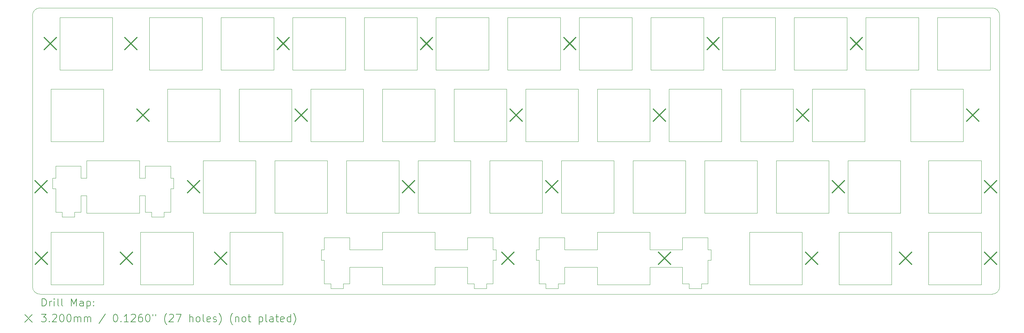
<source format=gbr>
%TF.GenerationSoftware,KiCad,Pcbnew,7.0.7-7.0.7~ubuntu23.04.1*%
%TF.CreationDate,Date%
%TF.ProjectId,plate,706c6174-652e-46b6-9963-61645f706362,rev?*%
%TF.SameCoordinates,Original*%
%TF.FileFunction,Drillmap*%
%TF.FilePolarity,Positive*%
%FSLAX45Y45*%
G04 Gerber Fmt 4.5, Leading zero omitted, Abs format (unit mm)*
G04 Created by KiCad*
%MOMM*%
%LPD*%
G01*
G04 APERTURE LIST*
%ADD10C,0.100000*%
%ADD11C,0.200000*%
%ADD12C,0.320000*%
G04 APERTURE END LIST*
D10*
X20762609Y-7517285D02*
X22162609Y-7517285D01*
X17905109Y-9422295D02*
X19305109Y-9422295D01*
X14066309Y-5612285D02*
X14066309Y-7012215D01*
X10256309Y-7012215D02*
X8856379Y-7012215D01*
X4779449Y-10352325D02*
X4931999Y-10352325D01*
X18352609Y-11797335D02*
X18352609Y-11327285D01*
X6951379Y-7012215D02*
X6951379Y-5612285D01*
X3379499Y-10352325D02*
X3379499Y-10822235D01*
X22400709Y-12727231D02*
X21000609Y-12727231D01*
X19810109Y-9422295D02*
X21210109Y-9422295D01*
X12666409Y-7012215D02*
X12666409Y-5612285D01*
X7189509Y-12727231D02*
X7189509Y-11327285D01*
X5522629Y-7517285D02*
X6922559Y-7517285D01*
X21000609Y-12727231D02*
X21000609Y-11327285D01*
X14007609Y-12704218D02*
X14180009Y-12704218D01*
X2724518Y-10919245D02*
X3054419Y-10919245D01*
X14262609Y-11797335D02*
X14180009Y-11797335D01*
X5606949Y-9569315D02*
X4931999Y-9569315D01*
X13505009Y-11797335D02*
X12637609Y-11797335D01*
X13677609Y-12704218D02*
X13677609Y-12824245D01*
X4065079Y-5612285D02*
X4065079Y-7012215D01*
X18381409Y-5612285D02*
X19781309Y-5612285D01*
X23591309Y-7012215D02*
X22191409Y-7012215D01*
X11237629Y-7517285D02*
X12637609Y-7517285D01*
X27163009Y-10822235D02*
X25763109Y-10822235D01*
X19220009Y-12257322D02*
X19220009Y-12704218D01*
X21210109Y-9422295D02*
X21210109Y-10822235D01*
X7427629Y-8917215D02*
X7427629Y-7517285D01*
X23382009Y-12727231D02*
X23382009Y-11327285D01*
X5689499Y-9892335D02*
X5606949Y-9892335D01*
X4779449Y-9892335D02*
X4779449Y-9422295D01*
X13142609Y-8917215D02*
X13142609Y-7517285D01*
X13590109Y-10822235D02*
X12190109Y-10822235D01*
X27163009Y-12727231D02*
X25763109Y-12727231D01*
X22667609Y-8917215D02*
X22667609Y-7517285D01*
X4931999Y-10352325D02*
X4931999Y-10799215D01*
X16085009Y-12257322D02*
X16952609Y-12257322D01*
X17876309Y-5612285D02*
X17876309Y-7012215D01*
X19895009Y-12704218D02*
X19895009Y-12077211D01*
X26686909Y-7517285D02*
X26686909Y-8917215D01*
X6208189Y-11327285D02*
X6208189Y-12727231D01*
X16952609Y-8917215D02*
X16952609Y-7517285D01*
X12637609Y-12257322D02*
X13505009Y-12257322D01*
X15410009Y-11474315D02*
X15410009Y-11797335D01*
X20762609Y-8917215D02*
X20762609Y-7517285D01*
X15410009Y-12077211D02*
X15410009Y-12704218D01*
X4808109Y-11327285D02*
X6208189Y-11327285D01*
X11685059Y-9422295D02*
X11685059Y-10822235D01*
X18857609Y-8917215D02*
X18857609Y-7517285D01*
X12637609Y-7517285D02*
X12637609Y-8917215D01*
X4931999Y-9892335D02*
X4779449Y-9892335D01*
X17400109Y-10822235D02*
X16000109Y-10822235D01*
X9867579Y-12704218D02*
X9867579Y-12824245D01*
X19220009Y-11474315D02*
X19220009Y-11797335D01*
X15047609Y-7517285D02*
X16447609Y-7517285D01*
X18381409Y-7012215D02*
X18381409Y-5612285D01*
X24096409Y-7012215D02*
X24096409Y-5612285D01*
X19392609Y-12824245D02*
X19722609Y-12824245D01*
X18857609Y-7517285D02*
X20257609Y-7517285D01*
X7875059Y-10822235D02*
X6475129Y-10822235D01*
X14571409Y-7012215D02*
X14571409Y-5612285D01*
X2551989Y-10799215D02*
X2724518Y-10799215D01*
X2665125Y-5612285D02*
X4065079Y-5612285D01*
X8380129Y-9422295D02*
X9780059Y-9422295D01*
X8351309Y-7012215D02*
X6951379Y-7012215D01*
X2469442Y-9892335D02*
X2469442Y-10172215D01*
X22191409Y-7012215D02*
X22191409Y-5612285D01*
X2136375Y-5359750D02*
G75*
G03*
X1936375Y-5559750I0J-200000D01*
G01*
X18352609Y-8917215D02*
X16952609Y-8917215D01*
X25287009Y-8917215D02*
X25287009Y-7517285D01*
X2427000Y-7517285D02*
X3826949Y-7517285D01*
X2665125Y-7012215D02*
X2665125Y-5612285D01*
X16952609Y-11327285D02*
X16952609Y-11797335D01*
X23115109Y-10822235D02*
X21715109Y-10822235D01*
X16952609Y-12257322D02*
X16952609Y-12727231D01*
X25020109Y-9422295D02*
X25020109Y-10822235D01*
X17400109Y-9422295D02*
X17400109Y-10822235D01*
X14095109Y-10822235D02*
X14095109Y-9422295D01*
X19722609Y-12824245D02*
X19722609Y-12704218D01*
X1936375Y-12779750D02*
X1936375Y-5559750D01*
X19895009Y-11474315D02*
X19220009Y-11474315D01*
X9695039Y-12704218D02*
X9867579Y-12704218D01*
X24067609Y-7517285D02*
X24067609Y-8917215D01*
X14542609Y-8917215D02*
X13142609Y-8917215D01*
X15327509Y-11797335D02*
X15327509Y-12077211D01*
X18352609Y-7517285D02*
X18352609Y-8917215D01*
X7427629Y-7517285D02*
X8827559Y-7517285D01*
X25763109Y-9422295D02*
X27163009Y-9422295D01*
X20286409Y-5612285D02*
X21686309Y-5612285D01*
X24096409Y-5612285D02*
X25496309Y-5612285D01*
X6475129Y-10822235D02*
X6475129Y-9422295D01*
X16952609Y-7517285D02*
X18352609Y-7517285D01*
X3826949Y-7517285D02*
X3826949Y-8917215D01*
X4808109Y-12727231D02*
X4808109Y-11327285D01*
X14262609Y-12077211D02*
X14262609Y-11797335D01*
X5606949Y-10172215D02*
X5689499Y-10172215D01*
X26001409Y-7012215D02*
X26001409Y-5612285D01*
X4931999Y-9569315D02*
X4931999Y-9892335D01*
X19977609Y-11797335D02*
X19895009Y-11797335D01*
X9867579Y-12824245D02*
X10197609Y-12824245D01*
X8827559Y-8917215D02*
X7427629Y-8917215D01*
X19220009Y-11797335D02*
X18352609Y-11797335D01*
X16000109Y-10822235D02*
X16000109Y-9422295D01*
X15327509Y-12077211D02*
X15410009Y-12077211D01*
X3379499Y-10822235D02*
X4779449Y-10822235D01*
X2469442Y-10172215D02*
X2551989Y-10172215D01*
X27653875Y-5559750D02*
X27653875Y-12779750D01*
X16000109Y-9422295D02*
X17400109Y-9422295D01*
X10761379Y-5612285D02*
X12161309Y-5612285D01*
X7875059Y-9422295D02*
X7875059Y-10822235D01*
X9695039Y-12077211D02*
X9695039Y-12704218D01*
X18352609Y-12257322D02*
X19220009Y-12257322D01*
X8856379Y-5612285D02*
X10256309Y-5612285D01*
X3826949Y-12727231D02*
X2427000Y-12727231D01*
X21715109Y-9422295D02*
X23115109Y-9422295D01*
X5522629Y-8917215D02*
X5522629Y-7517285D01*
X13505009Y-11474315D02*
X13505009Y-11797335D01*
X19305109Y-9422295D02*
X19305109Y-10822235D01*
X18352609Y-12727231D02*
X18352609Y-12257322D01*
X12161309Y-7012215D02*
X10761379Y-7012215D01*
X4065079Y-7012215D02*
X2665125Y-7012215D01*
X9780059Y-10822235D02*
X8380129Y-10822235D01*
X3826949Y-8917215D02*
X2427000Y-8917215D01*
X9612489Y-12077211D02*
X9695039Y-12077211D01*
X9332629Y-8917215D02*
X9332629Y-7517285D01*
X8380129Y-10822235D02*
X8380129Y-9422295D01*
X21715109Y-10822235D02*
X21715109Y-9422295D01*
X3379499Y-9892335D02*
X3226949Y-9892335D01*
X16447609Y-7517285D02*
X16447609Y-8917215D01*
X11237629Y-8917215D02*
X11237629Y-7517285D01*
X2551989Y-10172215D02*
X2551989Y-10799215D01*
X25020109Y-10822235D02*
X23620109Y-10822235D01*
X13505009Y-12704218D02*
X13677609Y-12704218D01*
X23591309Y-5612285D02*
X23591309Y-7012215D01*
X21210109Y-10822235D02*
X19810109Y-10822235D01*
X19895009Y-12077211D02*
X19977609Y-12077211D01*
X27163009Y-11327285D02*
X27163009Y-12727231D01*
X19810109Y-10822235D02*
X19810109Y-9422295D01*
X8589439Y-11327285D02*
X8589439Y-12727231D01*
X15047609Y-8917215D02*
X15047609Y-7517285D01*
X27453875Y-12979745D02*
G75*
G03*
X27653875Y-12779750I5J199995D01*
G01*
X25763109Y-12727231D02*
X25763109Y-11327285D01*
X19220009Y-12704218D02*
X19392609Y-12704218D01*
X24781909Y-12727231D02*
X23382009Y-12727231D01*
X5689499Y-10172215D02*
X5689499Y-9892335D01*
X19392609Y-12704218D02*
X19392609Y-12824245D01*
X5046379Y-7012215D02*
X5046379Y-5612285D01*
X24781909Y-11327285D02*
X24781909Y-12727231D01*
X3226949Y-10352325D02*
X3379499Y-10352325D01*
X16476409Y-5612285D02*
X17876309Y-5612285D01*
X2551989Y-9569315D02*
X2551989Y-9892335D01*
X22400709Y-11327285D02*
X22400709Y-12727231D01*
X19781309Y-7012215D02*
X18381409Y-7012215D01*
X16447609Y-8917215D02*
X15047609Y-8917215D01*
X15971309Y-7012215D02*
X14571409Y-7012215D01*
X25287009Y-7517285D02*
X26686909Y-7517285D01*
X14180009Y-12704218D02*
X14180009Y-12077211D01*
X1936375Y-12779750D02*
G75*
G03*
X2136375Y-12979750I200000J0D01*
G01*
X21686309Y-5612285D02*
X21686309Y-7012215D01*
X3054419Y-10799215D02*
X3226949Y-10799215D01*
X19977609Y-12077211D02*
X19977609Y-11797335D01*
X10285129Y-10822235D02*
X10285129Y-9422295D01*
X6208189Y-12727231D02*
X4808109Y-12727231D01*
X26686909Y-8917215D02*
X25287009Y-8917215D01*
X12190109Y-10822235D02*
X12190109Y-9422295D01*
X14180009Y-11797335D02*
X14180009Y-11474315D01*
X6922559Y-8917215D02*
X5522629Y-8917215D01*
X10732559Y-7517285D02*
X10732559Y-8917215D01*
X20257609Y-8917215D02*
X18857609Y-8917215D01*
X11237629Y-11327285D02*
X11237629Y-11797335D01*
X10370009Y-12257322D02*
X11237629Y-12257322D01*
X21000609Y-11327285D02*
X22400709Y-11327285D01*
X15912609Y-12704218D02*
X16085009Y-12704218D01*
X25496309Y-7012215D02*
X24096409Y-7012215D01*
X9695039Y-11797335D02*
X9612489Y-11797335D01*
X16085009Y-11797335D02*
X16085009Y-11474315D01*
X23382009Y-11327285D02*
X24781909Y-11327285D01*
X23620109Y-9422295D02*
X25020109Y-9422295D01*
X13505009Y-12257322D02*
X13505009Y-12704218D01*
X26001409Y-5612285D02*
X27401309Y-5612285D01*
X14571409Y-5612285D02*
X15971309Y-5612285D01*
X27453875Y-5359750D02*
X2136375Y-5359750D01*
X14542609Y-7517285D02*
X14542609Y-8917215D01*
X27163009Y-9422295D02*
X27163009Y-10822235D01*
X15582609Y-12704218D02*
X15582609Y-12824245D01*
X19781309Y-5612285D02*
X19781309Y-7012215D01*
X12637609Y-8917215D02*
X11237629Y-8917215D01*
X22162609Y-7517285D02*
X22162609Y-8917215D01*
X7189509Y-11327285D02*
X8589439Y-11327285D01*
X11237629Y-12727231D02*
X12637609Y-12727231D01*
X11237629Y-11797335D02*
X10370009Y-11797335D01*
X12637609Y-11327285D02*
X11237629Y-11327285D01*
X15495109Y-9422295D02*
X15495109Y-10822235D01*
X8856379Y-7012215D02*
X8856379Y-5612285D01*
X4779449Y-9422295D02*
X3379499Y-9422295D01*
X4931999Y-10799215D02*
X5104389Y-10799215D01*
X20286409Y-7012215D02*
X20286409Y-5612285D01*
X16476409Y-7012215D02*
X16476409Y-5612285D01*
X5606949Y-10799215D02*
X5606949Y-10172215D01*
X14066309Y-7012215D02*
X12666409Y-7012215D01*
X19895009Y-11797335D02*
X19895009Y-11474315D01*
X2427000Y-8917215D02*
X2427000Y-7517285D01*
X2136375Y-12979750D02*
X27453875Y-12979750D01*
X9332629Y-7517285D02*
X10732559Y-7517285D01*
X22667609Y-7517285D02*
X24067609Y-7517285D01*
X22162609Y-8917215D02*
X20762609Y-8917215D01*
X5104389Y-10919245D02*
X5434429Y-10919245D01*
X2724518Y-10799215D02*
X2724518Y-10919245D01*
X16952609Y-12727231D02*
X18352609Y-12727231D01*
X15582609Y-12824245D02*
X15912609Y-12824245D01*
X13677609Y-12824245D02*
X14007609Y-12824245D01*
X24067609Y-8917215D02*
X22667609Y-8917215D01*
X27401309Y-5612285D02*
X27401309Y-7012215D01*
X10370009Y-12704218D02*
X10370009Y-12257322D01*
X10761379Y-7012215D02*
X10761379Y-5612285D01*
X16085009Y-12704218D02*
X16085009Y-12257322D01*
X8351309Y-5612285D02*
X8351309Y-7012215D01*
X10285129Y-9422295D02*
X11685059Y-9422295D01*
X17876309Y-7012215D02*
X16476409Y-7012215D01*
X15912609Y-12824245D02*
X15912609Y-12704218D01*
X8827559Y-7517285D02*
X8827559Y-8917215D01*
X2551989Y-9892335D02*
X2469442Y-9892335D01*
X18352609Y-11327285D02*
X16952609Y-11327285D01*
X10732559Y-8917215D02*
X9332629Y-8917215D01*
X9695039Y-11474315D02*
X9695039Y-11797335D01*
X14180009Y-12077211D02*
X14262609Y-12077211D01*
X3826949Y-11327285D02*
X3826949Y-12727231D01*
X12161309Y-5612285D02*
X12161309Y-7012215D01*
X11685059Y-10822235D02*
X10285129Y-10822235D01*
X10197609Y-12824245D02*
X10197609Y-12704218D01*
X27653880Y-5559750D02*
G75*
G03*
X27453875Y-5359750I-200000J0D01*
G01*
X12666409Y-5612285D02*
X14066309Y-5612285D01*
X12637609Y-11797335D02*
X12637609Y-11327285D01*
X27401309Y-7012215D02*
X26001409Y-7012215D01*
X19305109Y-10822235D02*
X17905109Y-10822235D01*
X6951379Y-5612285D02*
X8351309Y-5612285D01*
X15410009Y-11797335D02*
X15327509Y-11797335D01*
X10197609Y-12704218D02*
X10370009Y-12704218D01*
X3226949Y-9569315D02*
X2551989Y-9569315D01*
X11237629Y-12257322D02*
X11237629Y-12727231D01*
X4779449Y-10822235D02*
X4779449Y-10352325D01*
X14007609Y-12824245D02*
X14007609Y-12704218D01*
X12190109Y-9422295D02*
X13590109Y-9422295D01*
X25763109Y-10822235D02*
X25763109Y-9422295D01*
X14180009Y-11474315D02*
X13505009Y-11474315D01*
X3054419Y-10919245D02*
X3054419Y-10799215D01*
X25496309Y-5612285D02*
X25496309Y-7012215D01*
X10370009Y-11474315D02*
X9695039Y-11474315D01*
X22191409Y-5612285D02*
X23591309Y-5612285D01*
X6446309Y-5612285D02*
X6446309Y-7012215D01*
X25763109Y-11327285D02*
X27163009Y-11327285D01*
X6922559Y-7517285D02*
X6922559Y-8917215D01*
X23115109Y-9422295D02*
X23115109Y-10822235D01*
X15495109Y-10822235D02*
X14095109Y-10822235D01*
X13142609Y-7517285D02*
X14542609Y-7517285D01*
X21686309Y-7012215D02*
X20286409Y-7012215D01*
X6475129Y-9422295D02*
X7875059Y-9422295D01*
X15410009Y-12704218D02*
X15582609Y-12704218D01*
X8589439Y-12727231D02*
X7189509Y-12727231D01*
X6446309Y-7012215D02*
X5046379Y-7012215D01*
X3379499Y-9422295D02*
X3379499Y-9892335D01*
X5046379Y-5612285D02*
X6446309Y-5612285D01*
X5434429Y-10799215D02*
X5606949Y-10799215D01*
X23620109Y-10822235D02*
X23620109Y-9422295D01*
X16085009Y-11474315D02*
X15410009Y-11474315D01*
X10256309Y-5612285D02*
X10256309Y-7012215D01*
X2427000Y-12727231D02*
X2427000Y-11327285D01*
X5434429Y-10919245D02*
X5434429Y-10799215D01*
X19722609Y-12704218D02*
X19895009Y-12704218D01*
X15971309Y-5612285D02*
X15971309Y-7012215D01*
X2427000Y-11327285D02*
X3826949Y-11327285D01*
X9612489Y-11797335D02*
X9612489Y-12077211D01*
X14095109Y-9422295D02*
X15495109Y-9422295D01*
X16952609Y-11797335D02*
X16085009Y-11797335D01*
X17905109Y-10822235D02*
X17905109Y-9422295D01*
X10370009Y-11797335D02*
X10370009Y-11474315D01*
X3226949Y-9892335D02*
X3226949Y-9569315D01*
X20257609Y-7517285D02*
X20257609Y-8917215D01*
X3226949Y-10799215D02*
X3226949Y-10352325D01*
X13590109Y-9422295D02*
X13590109Y-10822235D01*
X12637609Y-12727231D02*
X12637609Y-12257322D01*
X9780059Y-9422295D02*
X9780059Y-10822235D01*
X5104389Y-10799215D02*
X5104389Y-10919245D01*
X5606949Y-9892335D02*
X5606949Y-9569315D01*
D11*
D12*
X2007000Y-9962250D02*
X2327000Y-10282250D01*
X2327000Y-9962250D02*
X2007000Y-10282250D01*
X2014500Y-11867250D02*
X2334500Y-12187250D01*
X2334500Y-11867250D02*
X2014500Y-12187250D01*
X2252625Y-6152250D02*
X2572625Y-6472250D01*
X2572625Y-6152250D02*
X2252625Y-6472250D01*
X4276688Y-11867250D02*
X4596688Y-12187250D01*
X4596688Y-11867250D02*
X4276688Y-12187250D01*
X4395750Y-6152250D02*
X4715750Y-6472250D01*
X4715750Y-6152250D02*
X4395750Y-6472250D01*
X4714500Y-8057250D02*
X5034500Y-8377250D01*
X5034500Y-8057250D02*
X4714500Y-8377250D01*
X6062625Y-9962250D02*
X6382625Y-10282250D01*
X6382625Y-9962250D02*
X6062625Y-10282250D01*
X6777000Y-11867250D02*
X7097000Y-12187250D01*
X7097000Y-11867250D02*
X6777000Y-12187250D01*
X8443875Y-6152250D02*
X8763875Y-6472250D01*
X8763875Y-6152250D02*
X8443875Y-6472250D01*
X8920125Y-8057250D02*
X9240125Y-8377250D01*
X9240125Y-8057250D02*
X8920125Y-8377250D01*
X11777625Y-9962250D02*
X12097625Y-10282250D01*
X12097625Y-9962250D02*
X11777625Y-10282250D01*
X12253875Y-6152250D02*
X12573875Y-6472250D01*
X12573875Y-6152250D02*
X12253875Y-6472250D01*
X14415862Y-11867215D02*
X14735862Y-12187215D01*
X14735862Y-11867215D02*
X14415862Y-12187215D01*
X14637625Y-8057250D02*
X14957625Y-8377250D01*
X14957625Y-8057250D02*
X14637625Y-8377250D01*
X15587625Y-9962250D02*
X15907625Y-10282250D01*
X15907625Y-9962250D02*
X15587625Y-10282250D01*
X16063875Y-6152250D02*
X16383875Y-6472250D01*
X16383875Y-6152250D02*
X16063875Y-6472250D01*
X18445125Y-8057250D02*
X18765125Y-8377250D01*
X18765125Y-8057250D02*
X18445125Y-8377250D01*
X18583050Y-11867250D02*
X18903050Y-12187250D01*
X18903050Y-11867250D02*
X18583050Y-12187250D01*
X19873875Y-6152250D02*
X20193875Y-6472250D01*
X20193875Y-6152250D02*
X19873875Y-6472250D01*
X22255125Y-8057250D02*
X22575125Y-8377250D01*
X22575125Y-8057250D02*
X22255125Y-8377250D01*
X22493170Y-11867250D02*
X22813170Y-12187250D01*
X22813170Y-11867250D02*
X22493170Y-12187250D01*
X23207625Y-9962250D02*
X23527625Y-10282250D01*
X23527625Y-9962250D02*
X23207625Y-10282250D01*
X23683875Y-6152250D02*
X24003875Y-6472250D01*
X24003875Y-6152250D02*
X23683875Y-6472250D01*
X24993562Y-11867250D02*
X25313562Y-12187250D01*
X25313562Y-11867250D02*
X24993562Y-12187250D01*
X26779500Y-8057250D02*
X27099500Y-8377250D01*
X27099500Y-8057250D02*
X26779500Y-8377250D01*
X27255750Y-9962250D02*
X27575750Y-10282250D01*
X27575750Y-9962250D02*
X27255750Y-10282250D01*
X27255750Y-11867250D02*
X27575750Y-12187250D01*
X27575750Y-11867250D02*
X27255750Y-12187250D01*
D11*
X2192152Y-13296234D02*
X2192152Y-13096234D01*
X2192152Y-13096234D02*
X2239771Y-13096234D01*
X2239771Y-13096234D02*
X2268342Y-13105758D01*
X2268342Y-13105758D02*
X2287390Y-13124805D01*
X2287390Y-13124805D02*
X2296914Y-13143853D01*
X2296914Y-13143853D02*
X2306438Y-13181948D01*
X2306438Y-13181948D02*
X2306438Y-13210519D01*
X2306438Y-13210519D02*
X2296914Y-13248615D01*
X2296914Y-13248615D02*
X2287390Y-13267662D01*
X2287390Y-13267662D02*
X2268342Y-13286710D01*
X2268342Y-13286710D02*
X2239771Y-13296234D01*
X2239771Y-13296234D02*
X2192152Y-13296234D01*
X2392152Y-13296234D02*
X2392152Y-13162900D01*
X2392152Y-13200996D02*
X2401676Y-13181948D01*
X2401676Y-13181948D02*
X2411199Y-13172424D01*
X2411199Y-13172424D02*
X2430247Y-13162900D01*
X2430247Y-13162900D02*
X2449295Y-13162900D01*
X2515961Y-13296234D02*
X2515961Y-13162900D01*
X2515961Y-13096234D02*
X2506438Y-13105758D01*
X2506438Y-13105758D02*
X2515961Y-13115281D01*
X2515961Y-13115281D02*
X2525485Y-13105758D01*
X2525485Y-13105758D02*
X2515961Y-13096234D01*
X2515961Y-13096234D02*
X2515961Y-13115281D01*
X2639771Y-13296234D02*
X2620723Y-13286710D01*
X2620723Y-13286710D02*
X2611199Y-13267662D01*
X2611199Y-13267662D02*
X2611199Y-13096234D01*
X2744533Y-13296234D02*
X2725485Y-13286710D01*
X2725485Y-13286710D02*
X2715961Y-13267662D01*
X2715961Y-13267662D02*
X2715961Y-13096234D01*
X2973104Y-13296234D02*
X2973104Y-13096234D01*
X2973104Y-13096234D02*
X3039771Y-13239091D01*
X3039771Y-13239091D02*
X3106437Y-13096234D01*
X3106437Y-13096234D02*
X3106437Y-13296234D01*
X3287390Y-13296234D02*
X3287390Y-13191472D01*
X3287390Y-13191472D02*
X3277866Y-13172424D01*
X3277866Y-13172424D02*
X3258818Y-13162900D01*
X3258818Y-13162900D02*
X3220723Y-13162900D01*
X3220723Y-13162900D02*
X3201676Y-13172424D01*
X3287390Y-13286710D02*
X3268342Y-13296234D01*
X3268342Y-13296234D02*
X3220723Y-13296234D01*
X3220723Y-13296234D02*
X3201676Y-13286710D01*
X3201676Y-13286710D02*
X3192152Y-13267662D01*
X3192152Y-13267662D02*
X3192152Y-13248615D01*
X3192152Y-13248615D02*
X3201676Y-13229567D01*
X3201676Y-13229567D02*
X3220723Y-13220043D01*
X3220723Y-13220043D02*
X3268342Y-13220043D01*
X3268342Y-13220043D02*
X3287390Y-13210519D01*
X3382628Y-13162900D02*
X3382628Y-13362900D01*
X3382628Y-13172424D02*
X3401676Y-13162900D01*
X3401676Y-13162900D02*
X3439771Y-13162900D01*
X3439771Y-13162900D02*
X3458818Y-13172424D01*
X3458818Y-13172424D02*
X3468342Y-13181948D01*
X3468342Y-13181948D02*
X3477866Y-13200996D01*
X3477866Y-13200996D02*
X3477866Y-13258138D01*
X3477866Y-13258138D02*
X3468342Y-13277186D01*
X3468342Y-13277186D02*
X3458818Y-13286710D01*
X3458818Y-13286710D02*
X3439771Y-13296234D01*
X3439771Y-13296234D02*
X3401676Y-13296234D01*
X3401676Y-13296234D02*
X3382628Y-13286710D01*
X3563580Y-13277186D02*
X3573104Y-13286710D01*
X3573104Y-13286710D02*
X3563580Y-13296234D01*
X3563580Y-13296234D02*
X3554057Y-13286710D01*
X3554057Y-13286710D02*
X3563580Y-13277186D01*
X3563580Y-13277186D02*
X3563580Y-13296234D01*
X3563580Y-13172424D02*
X3573104Y-13181948D01*
X3573104Y-13181948D02*
X3563580Y-13191472D01*
X3563580Y-13191472D02*
X3554057Y-13181948D01*
X3554057Y-13181948D02*
X3563580Y-13172424D01*
X3563580Y-13172424D02*
X3563580Y-13191472D01*
X1731375Y-13524750D02*
X1931375Y-13724750D01*
X1931375Y-13524750D02*
X1731375Y-13724750D01*
X2173104Y-13516234D02*
X2296914Y-13516234D01*
X2296914Y-13516234D02*
X2230247Y-13592424D01*
X2230247Y-13592424D02*
X2258819Y-13592424D01*
X2258819Y-13592424D02*
X2277866Y-13601948D01*
X2277866Y-13601948D02*
X2287390Y-13611472D01*
X2287390Y-13611472D02*
X2296914Y-13630519D01*
X2296914Y-13630519D02*
X2296914Y-13678138D01*
X2296914Y-13678138D02*
X2287390Y-13697186D01*
X2287390Y-13697186D02*
X2277866Y-13706710D01*
X2277866Y-13706710D02*
X2258819Y-13716234D01*
X2258819Y-13716234D02*
X2201676Y-13716234D01*
X2201676Y-13716234D02*
X2182628Y-13706710D01*
X2182628Y-13706710D02*
X2173104Y-13697186D01*
X2382628Y-13697186D02*
X2392152Y-13706710D01*
X2392152Y-13706710D02*
X2382628Y-13716234D01*
X2382628Y-13716234D02*
X2373104Y-13706710D01*
X2373104Y-13706710D02*
X2382628Y-13697186D01*
X2382628Y-13697186D02*
X2382628Y-13716234D01*
X2468342Y-13535281D02*
X2477866Y-13525758D01*
X2477866Y-13525758D02*
X2496914Y-13516234D01*
X2496914Y-13516234D02*
X2544533Y-13516234D01*
X2544533Y-13516234D02*
X2563580Y-13525758D01*
X2563580Y-13525758D02*
X2573104Y-13535281D01*
X2573104Y-13535281D02*
X2582628Y-13554329D01*
X2582628Y-13554329D02*
X2582628Y-13573377D01*
X2582628Y-13573377D02*
X2573104Y-13601948D01*
X2573104Y-13601948D02*
X2458819Y-13716234D01*
X2458819Y-13716234D02*
X2582628Y-13716234D01*
X2706438Y-13516234D02*
X2725485Y-13516234D01*
X2725485Y-13516234D02*
X2744533Y-13525758D01*
X2744533Y-13525758D02*
X2754057Y-13535281D01*
X2754057Y-13535281D02*
X2763580Y-13554329D01*
X2763580Y-13554329D02*
X2773104Y-13592424D01*
X2773104Y-13592424D02*
X2773104Y-13640043D01*
X2773104Y-13640043D02*
X2763580Y-13678138D01*
X2763580Y-13678138D02*
X2754057Y-13697186D01*
X2754057Y-13697186D02*
X2744533Y-13706710D01*
X2744533Y-13706710D02*
X2725485Y-13716234D01*
X2725485Y-13716234D02*
X2706438Y-13716234D01*
X2706438Y-13716234D02*
X2687390Y-13706710D01*
X2687390Y-13706710D02*
X2677866Y-13697186D01*
X2677866Y-13697186D02*
X2668342Y-13678138D01*
X2668342Y-13678138D02*
X2658819Y-13640043D01*
X2658819Y-13640043D02*
X2658819Y-13592424D01*
X2658819Y-13592424D02*
X2668342Y-13554329D01*
X2668342Y-13554329D02*
X2677866Y-13535281D01*
X2677866Y-13535281D02*
X2687390Y-13525758D01*
X2687390Y-13525758D02*
X2706438Y-13516234D01*
X2896914Y-13516234D02*
X2915961Y-13516234D01*
X2915961Y-13516234D02*
X2935009Y-13525758D01*
X2935009Y-13525758D02*
X2944533Y-13535281D01*
X2944533Y-13535281D02*
X2954057Y-13554329D01*
X2954057Y-13554329D02*
X2963580Y-13592424D01*
X2963580Y-13592424D02*
X2963580Y-13640043D01*
X2963580Y-13640043D02*
X2954057Y-13678138D01*
X2954057Y-13678138D02*
X2944533Y-13697186D01*
X2944533Y-13697186D02*
X2935009Y-13706710D01*
X2935009Y-13706710D02*
X2915961Y-13716234D01*
X2915961Y-13716234D02*
X2896914Y-13716234D01*
X2896914Y-13716234D02*
X2877866Y-13706710D01*
X2877866Y-13706710D02*
X2868342Y-13697186D01*
X2868342Y-13697186D02*
X2858818Y-13678138D01*
X2858818Y-13678138D02*
X2849295Y-13640043D01*
X2849295Y-13640043D02*
X2849295Y-13592424D01*
X2849295Y-13592424D02*
X2858818Y-13554329D01*
X2858818Y-13554329D02*
X2868342Y-13535281D01*
X2868342Y-13535281D02*
X2877866Y-13525758D01*
X2877866Y-13525758D02*
X2896914Y-13516234D01*
X3049295Y-13716234D02*
X3049295Y-13582900D01*
X3049295Y-13601948D02*
X3058818Y-13592424D01*
X3058818Y-13592424D02*
X3077866Y-13582900D01*
X3077866Y-13582900D02*
X3106438Y-13582900D01*
X3106438Y-13582900D02*
X3125485Y-13592424D01*
X3125485Y-13592424D02*
X3135009Y-13611472D01*
X3135009Y-13611472D02*
X3135009Y-13716234D01*
X3135009Y-13611472D02*
X3144533Y-13592424D01*
X3144533Y-13592424D02*
X3163580Y-13582900D01*
X3163580Y-13582900D02*
X3192152Y-13582900D01*
X3192152Y-13582900D02*
X3211199Y-13592424D01*
X3211199Y-13592424D02*
X3220723Y-13611472D01*
X3220723Y-13611472D02*
X3220723Y-13716234D01*
X3315961Y-13716234D02*
X3315961Y-13582900D01*
X3315961Y-13601948D02*
X3325485Y-13592424D01*
X3325485Y-13592424D02*
X3344533Y-13582900D01*
X3344533Y-13582900D02*
X3373104Y-13582900D01*
X3373104Y-13582900D02*
X3392152Y-13592424D01*
X3392152Y-13592424D02*
X3401676Y-13611472D01*
X3401676Y-13611472D02*
X3401676Y-13716234D01*
X3401676Y-13611472D02*
X3411199Y-13592424D01*
X3411199Y-13592424D02*
X3430247Y-13582900D01*
X3430247Y-13582900D02*
X3458818Y-13582900D01*
X3458818Y-13582900D02*
X3477866Y-13592424D01*
X3477866Y-13592424D02*
X3487390Y-13611472D01*
X3487390Y-13611472D02*
X3487390Y-13716234D01*
X3877866Y-13506710D02*
X3706438Y-13763853D01*
X4135009Y-13516234D02*
X4154057Y-13516234D01*
X4154057Y-13516234D02*
X4173104Y-13525758D01*
X4173104Y-13525758D02*
X4182628Y-13535281D01*
X4182628Y-13535281D02*
X4192152Y-13554329D01*
X4192152Y-13554329D02*
X4201676Y-13592424D01*
X4201676Y-13592424D02*
X4201676Y-13640043D01*
X4201676Y-13640043D02*
X4192152Y-13678138D01*
X4192152Y-13678138D02*
X4182628Y-13697186D01*
X4182628Y-13697186D02*
X4173104Y-13706710D01*
X4173104Y-13706710D02*
X4154057Y-13716234D01*
X4154057Y-13716234D02*
X4135009Y-13716234D01*
X4135009Y-13716234D02*
X4115961Y-13706710D01*
X4115961Y-13706710D02*
X4106438Y-13697186D01*
X4106438Y-13697186D02*
X4096914Y-13678138D01*
X4096914Y-13678138D02*
X4087390Y-13640043D01*
X4087390Y-13640043D02*
X4087390Y-13592424D01*
X4087390Y-13592424D02*
X4096914Y-13554329D01*
X4096914Y-13554329D02*
X4106438Y-13535281D01*
X4106438Y-13535281D02*
X4115961Y-13525758D01*
X4115961Y-13525758D02*
X4135009Y-13516234D01*
X4287390Y-13697186D02*
X4296914Y-13706710D01*
X4296914Y-13706710D02*
X4287390Y-13716234D01*
X4287390Y-13716234D02*
X4277866Y-13706710D01*
X4277866Y-13706710D02*
X4287390Y-13697186D01*
X4287390Y-13697186D02*
X4287390Y-13716234D01*
X4487390Y-13716234D02*
X4373104Y-13716234D01*
X4430247Y-13716234D02*
X4430247Y-13516234D01*
X4430247Y-13516234D02*
X4411200Y-13544805D01*
X4411200Y-13544805D02*
X4392152Y-13563853D01*
X4392152Y-13563853D02*
X4373104Y-13573377D01*
X4563581Y-13535281D02*
X4573104Y-13525758D01*
X4573104Y-13525758D02*
X4592152Y-13516234D01*
X4592152Y-13516234D02*
X4639771Y-13516234D01*
X4639771Y-13516234D02*
X4658819Y-13525758D01*
X4658819Y-13525758D02*
X4668343Y-13535281D01*
X4668343Y-13535281D02*
X4677866Y-13554329D01*
X4677866Y-13554329D02*
X4677866Y-13573377D01*
X4677866Y-13573377D02*
X4668343Y-13601948D01*
X4668343Y-13601948D02*
X4554057Y-13716234D01*
X4554057Y-13716234D02*
X4677866Y-13716234D01*
X4849295Y-13516234D02*
X4811200Y-13516234D01*
X4811200Y-13516234D02*
X4792152Y-13525758D01*
X4792152Y-13525758D02*
X4782628Y-13535281D01*
X4782628Y-13535281D02*
X4763581Y-13563853D01*
X4763581Y-13563853D02*
X4754057Y-13601948D01*
X4754057Y-13601948D02*
X4754057Y-13678138D01*
X4754057Y-13678138D02*
X4763581Y-13697186D01*
X4763581Y-13697186D02*
X4773104Y-13706710D01*
X4773104Y-13706710D02*
X4792152Y-13716234D01*
X4792152Y-13716234D02*
X4830247Y-13716234D01*
X4830247Y-13716234D02*
X4849295Y-13706710D01*
X4849295Y-13706710D02*
X4858819Y-13697186D01*
X4858819Y-13697186D02*
X4868343Y-13678138D01*
X4868343Y-13678138D02*
X4868343Y-13630519D01*
X4868343Y-13630519D02*
X4858819Y-13611472D01*
X4858819Y-13611472D02*
X4849295Y-13601948D01*
X4849295Y-13601948D02*
X4830247Y-13592424D01*
X4830247Y-13592424D02*
X4792152Y-13592424D01*
X4792152Y-13592424D02*
X4773104Y-13601948D01*
X4773104Y-13601948D02*
X4763581Y-13611472D01*
X4763581Y-13611472D02*
X4754057Y-13630519D01*
X4992152Y-13516234D02*
X5011200Y-13516234D01*
X5011200Y-13516234D02*
X5030247Y-13525758D01*
X5030247Y-13525758D02*
X5039771Y-13535281D01*
X5039771Y-13535281D02*
X5049295Y-13554329D01*
X5049295Y-13554329D02*
X5058819Y-13592424D01*
X5058819Y-13592424D02*
X5058819Y-13640043D01*
X5058819Y-13640043D02*
X5049295Y-13678138D01*
X5049295Y-13678138D02*
X5039771Y-13697186D01*
X5039771Y-13697186D02*
X5030247Y-13706710D01*
X5030247Y-13706710D02*
X5011200Y-13716234D01*
X5011200Y-13716234D02*
X4992152Y-13716234D01*
X4992152Y-13716234D02*
X4973104Y-13706710D01*
X4973104Y-13706710D02*
X4963581Y-13697186D01*
X4963581Y-13697186D02*
X4954057Y-13678138D01*
X4954057Y-13678138D02*
X4944533Y-13640043D01*
X4944533Y-13640043D02*
X4944533Y-13592424D01*
X4944533Y-13592424D02*
X4954057Y-13554329D01*
X4954057Y-13554329D02*
X4963581Y-13535281D01*
X4963581Y-13535281D02*
X4973104Y-13525758D01*
X4973104Y-13525758D02*
X4992152Y-13516234D01*
X5135009Y-13516234D02*
X5135009Y-13554329D01*
X5211200Y-13516234D02*
X5211200Y-13554329D01*
X5506438Y-13792424D02*
X5496914Y-13782900D01*
X5496914Y-13782900D02*
X5477866Y-13754329D01*
X5477866Y-13754329D02*
X5468343Y-13735281D01*
X5468343Y-13735281D02*
X5458819Y-13706710D01*
X5458819Y-13706710D02*
X5449295Y-13659091D01*
X5449295Y-13659091D02*
X5449295Y-13620996D01*
X5449295Y-13620996D02*
X5458819Y-13573377D01*
X5458819Y-13573377D02*
X5468343Y-13544805D01*
X5468343Y-13544805D02*
X5477866Y-13525758D01*
X5477866Y-13525758D02*
X5496914Y-13497186D01*
X5496914Y-13497186D02*
X5506438Y-13487662D01*
X5573105Y-13535281D02*
X5582628Y-13525758D01*
X5582628Y-13525758D02*
X5601676Y-13516234D01*
X5601676Y-13516234D02*
X5649295Y-13516234D01*
X5649295Y-13516234D02*
X5668343Y-13525758D01*
X5668343Y-13525758D02*
X5677866Y-13535281D01*
X5677866Y-13535281D02*
X5687390Y-13554329D01*
X5687390Y-13554329D02*
X5687390Y-13573377D01*
X5687390Y-13573377D02*
X5677866Y-13601948D01*
X5677866Y-13601948D02*
X5563581Y-13716234D01*
X5563581Y-13716234D02*
X5687390Y-13716234D01*
X5754057Y-13516234D02*
X5887390Y-13516234D01*
X5887390Y-13516234D02*
X5801676Y-13716234D01*
X6115962Y-13716234D02*
X6115962Y-13516234D01*
X6201676Y-13716234D02*
X6201676Y-13611472D01*
X6201676Y-13611472D02*
X6192152Y-13592424D01*
X6192152Y-13592424D02*
X6173105Y-13582900D01*
X6173105Y-13582900D02*
X6144533Y-13582900D01*
X6144533Y-13582900D02*
X6125485Y-13592424D01*
X6125485Y-13592424D02*
X6115962Y-13601948D01*
X6325485Y-13716234D02*
X6306438Y-13706710D01*
X6306438Y-13706710D02*
X6296914Y-13697186D01*
X6296914Y-13697186D02*
X6287390Y-13678138D01*
X6287390Y-13678138D02*
X6287390Y-13620996D01*
X6287390Y-13620996D02*
X6296914Y-13601948D01*
X6296914Y-13601948D02*
X6306438Y-13592424D01*
X6306438Y-13592424D02*
X6325485Y-13582900D01*
X6325485Y-13582900D02*
X6354057Y-13582900D01*
X6354057Y-13582900D02*
X6373105Y-13592424D01*
X6373105Y-13592424D02*
X6382628Y-13601948D01*
X6382628Y-13601948D02*
X6392152Y-13620996D01*
X6392152Y-13620996D02*
X6392152Y-13678138D01*
X6392152Y-13678138D02*
X6382628Y-13697186D01*
X6382628Y-13697186D02*
X6373105Y-13706710D01*
X6373105Y-13706710D02*
X6354057Y-13716234D01*
X6354057Y-13716234D02*
X6325485Y-13716234D01*
X6506438Y-13716234D02*
X6487390Y-13706710D01*
X6487390Y-13706710D02*
X6477866Y-13687662D01*
X6477866Y-13687662D02*
X6477866Y-13516234D01*
X6658819Y-13706710D02*
X6639771Y-13716234D01*
X6639771Y-13716234D02*
X6601676Y-13716234D01*
X6601676Y-13716234D02*
X6582628Y-13706710D01*
X6582628Y-13706710D02*
X6573105Y-13687662D01*
X6573105Y-13687662D02*
X6573105Y-13611472D01*
X6573105Y-13611472D02*
X6582628Y-13592424D01*
X6582628Y-13592424D02*
X6601676Y-13582900D01*
X6601676Y-13582900D02*
X6639771Y-13582900D01*
X6639771Y-13582900D02*
X6658819Y-13592424D01*
X6658819Y-13592424D02*
X6668343Y-13611472D01*
X6668343Y-13611472D02*
X6668343Y-13630519D01*
X6668343Y-13630519D02*
X6573105Y-13649567D01*
X6744533Y-13706710D02*
X6763581Y-13716234D01*
X6763581Y-13716234D02*
X6801676Y-13716234D01*
X6801676Y-13716234D02*
X6820724Y-13706710D01*
X6820724Y-13706710D02*
X6830247Y-13687662D01*
X6830247Y-13687662D02*
X6830247Y-13678138D01*
X6830247Y-13678138D02*
X6820724Y-13659091D01*
X6820724Y-13659091D02*
X6801676Y-13649567D01*
X6801676Y-13649567D02*
X6773105Y-13649567D01*
X6773105Y-13649567D02*
X6754057Y-13640043D01*
X6754057Y-13640043D02*
X6744533Y-13620996D01*
X6744533Y-13620996D02*
X6744533Y-13611472D01*
X6744533Y-13611472D02*
X6754057Y-13592424D01*
X6754057Y-13592424D02*
X6773105Y-13582900D01*
X6773105Y-13582900D02*
X6801676Y-13582900D01*
X6801676Y-13582900D02*
X6820724Y-13592424D01*
X6896914Y-13792424D02*
X6906438Y-13782900D01*
X6906438Y-13782900D02*
X6925486Y-13754329D01*
X6925486Y-13754329D02*
X6935009Y-13735281D01*
X6935009Y-13735281D02*
X6944533Y-13706710D01*
X6944533Y-13706710D02*
X6954057Y-13659091D01*
X6954057Y-13659091D02*
X6954057Y-13620996D01*
X6954057Y-13620996D02*
X6944533Y-13573377D01*
X6944533Y-13573377D02*
X6935009Y-13544805D01*
X6935009Y-13544805D02*
X6925486Y-13525758D01*
X6925486Y-13525758D02*
X6906438Y-13497186D01*
X6906438Y-13497186D02*
X6896914Y-13487662D01*
X7258819Y-13792424D02*
X7249295Y-13782900D01*
X7249295Y-13782900D02*
X7230247Y-13754329D01*
X7230247Y-13754329D02*
X7220724Y-13735281D01*
X7220724Y-13735281D02*
X7211200Y-13706710D01*
X7211200Y-13706710D02*
X7201676Y-13659091D01*
X7201676Y-13659091D02*
X7201676Y-13620996D01*
X7201676Y-13620996D02*
X7211200Y-13573377D01*
X7211200Y-13573377D02*
X7220724Y-13544805D01*
X7220724Y-13544805D02*
X7230247Y-13525758D01*
X7230247Y-13525758D02*
X7249295Y-13497186D01*
X7249295Y-13497186D02*
X7258819Y-13487662D01*
X7335009Y-13582900D02*
X7335009Y-13716234D01*
X7335009Y-13601948D02*
X7344533Y-13592424D01*
X7344533Y-13592424D02*
X7363581Y-13582900D01*
X7363581Y-13582900D02*
X7392152Y-13582900D01*
X7392152Y-13582900D02*
X7411200Y-13592424D01*
X7411200Y-13592424D02*
X7420724Y-13611472D01*
X7420724Y-13611472D02*
X7420724Y-13716234D01*
X7544533Y-13716234D02*
X7525486Y-13706710D01*
X7525486Y-13706710D02*
X7515962Y-13697186D01*
X7515962Y-13697186D02*
X7506438Y-13678138D01*
X7506438Y-13678138D02*
X7506438Y-13620996D01*
X7506438Y-13620996D02*
X7515962Y-13601948D01*
X7515962Y-13601948D02*
X7525486Y-13592424D01*
X7525486Y-13592424D02*
X7544533Y-13582900D01*
X7544533Y-13582900D02*
X7573105Y-13582900D01*
X7573105Y-13582900D02*
X7592152Y-13592424D01*
X7592152Y-13592424D02*
X7601676Y-13601948D01*
X7601676Y-13601948D02*
X7611200Y-13620996D01*
X7611200Y-13620996D02*
X7611200Y-13678138D01*
X7611200Y-13678138D02*
X7601676Y-13697186D01*
X7601676Y-13697186D02*
X7592152Y-13706710D01*
X7592152Y-13706710D02*
X7573105Y-13716234D01*
X7573105Y-13716234D02*
X7544533Y-13716234D01*
X7668343Y-13582900D02*
X7744533Y-13582900D01*
X7696914Y-13516234D02*
X7696914Y-13687662D01*
X7696914Y-13687662D02*
X7706438Y-13706710D01*
X7706438Y-13706710D02*
X7725486Y-13716234D01*
X7725486Y-13716234D02*
X7744533Y-13716234D01*
X7963581Y-13582900D02*
X7963581Y-13782900D01*
X7963581Y-13592424D02*
X7982628Y-13582900D01*
X7982628Y-13582900D02*
X8020724Y-13582900D01*
X8020724Y-13582900D02*
X8039771Y-13592424D01*
X8039771Y-13592424D02*
X8049295Y-13601948D01*
X8049295Y-13601948D02*
X8058819Y-13620996D01*
X8058819Y-13620996D02*
X8058819Y-13678138D01*
X8058819Y-13678138D02*
X8049295Y-13697186D01*
X8049295Y-13697186D02*
X8039771Y-13706710D01*
X8039771Y-13706710D02*
X8020724Y-13716234D01*
X8020724Y-13716234D02*
X7982628Y-13716234D01*
X7982628Y-13716234D02*
X7963581Y-13706710D01*
X8173105Y-13716234D02*
X8154057Y-13706710D01*
X8154057Y-13706710D02*
X8144533Y-13687662D01*
X8144533Y-13687662D02*
X8144533Y-13516234D01*
X8335009Y-13716234D02*
X8335009Y-13611472D01*
X8335009Y-13611472D02*
X8325486Y-13592424D01*
X8325486Y-13592424D02*
X8306438Y-13582900D01*
X8306438Y-13582900D02*
X8268343Y-13582900D01*
X8268343Y-13582900D02*
X8249295Y-13592424D01*
X8335009Y-13706710D02*
X8315962Y-13716234D01*
X8315962Y-13716234D02*
X8268343Y-13716234D01*
X8268343Y-13716234D02*
X8249295Y-13706710D01*
X8249295Y-13706710D02*
X8239771Y-13687662D01*
X8239771Y-13687662D02*
X8239771Y-13668615D01*
X8239771Y-13668615D02*
X8249295Y-13649567D01*
X8249295Y-13649567D02*
X8268343Y-13640043D01*
X8268343Y-13640043D02*
X8315962Y-13640043D01*
X8315962Y-13640043D02*
X8335009Y-13630519D01*
X8401676Y-13582900D02*
X8477867Y-13582900D01*
X8430248Y-13516234D02*
X8430248Y-13687662D01*
X8430248Y-13687662D02*
X8439771Y-13706710D01*
X8439771Y-13706710D02*
X8458819Y-13716234D01*
X8458819Y-13716234D02*
X8477867Y-13716234D01*
X8620724Y-13706710D02*
X8601676Y-13716234D01*
X8601676Y-13716234D02*
X8563581Y-13716234D01*
X8563581Y-13716234D02*
X8544533Y-13706710D01*
X8544533Y-13706710D02*
X8535010Y-13687662D01*
X8535010Y-13687662D02*
X8535010Y-13611472D01*
X8535010Y-13611472D02*
X8544533Y-13592424D01*
X8544533Y-13592424D02*
X8563581Y-13582900D01*
X8563581Y-13582900D02*
X8601676Y-13582900D01*
X8601676Y-13582900D02*
X8620724Y-13592424D01*
X8620724Y-13592424D02*
X8630248Y-13611472D01*
X8630248Y-13611472D02*
X8630248Y-13630519D01*
X8630248Y-13630519D02*
X8535010Y-13649567D01*
X8801676Y-13716234D02*
X8801676Y-13516234D01*
X8801676Y-13706710D02*
X8782629Y-13716234D01*
X8782629Y-13716234D02*
X8744533Y-13716234D01*
X8744533Y-13716234D02*
X8725486Y-13706710D01*
X8725486Y-13706710D02*
X8715962Y-13697186D01*
X8715962Y-13697186D02*
X8706438Y-13678138D01*
X8706438Y-13678138D02*
X8706438Y-13620996D01*
X8706438Y-13620996D02*
X8715962Y-13601948D01*
X8715962Y-13601948D02*
X8725486Y-13592424D01*
X8725486Y-13592424D02*
X8744533Y-13582900D01*
X8744533Y-13582900D02*
X8782629Y-13582900D01*
X8782629Y-13582900D02*
X8801676Y-13592424D01*
X8877867Y-13792424D02*
X8887391Y-13782900D01*
X8887391Y-13782900D02*
X8906438Y-13754329D01*
X8906438Y-13754329D02*
X8915962Y-13735281D01*
X8915962Y-13735281D02*
X8925486Y-13706710D01*
X8925486Y-13706710D02*
X8935010Y-13659091D01*
X8935010Y-13659091D02*
X8935010Y-13620996D01*
X8935010Y-13620996D02*
X8925486Y-13573377D01*
X8925486Y-13573377D02*
X8915962Y-13544805D01*
X8915962Y-13544805D02*
X8906438Y-13525758D01*
X8906438Y-13525758D02*
X8887391Y-13497186D01*
X8887391Y-13497186D02*
X8877867Y-13487662D01*
M02*

</source>
